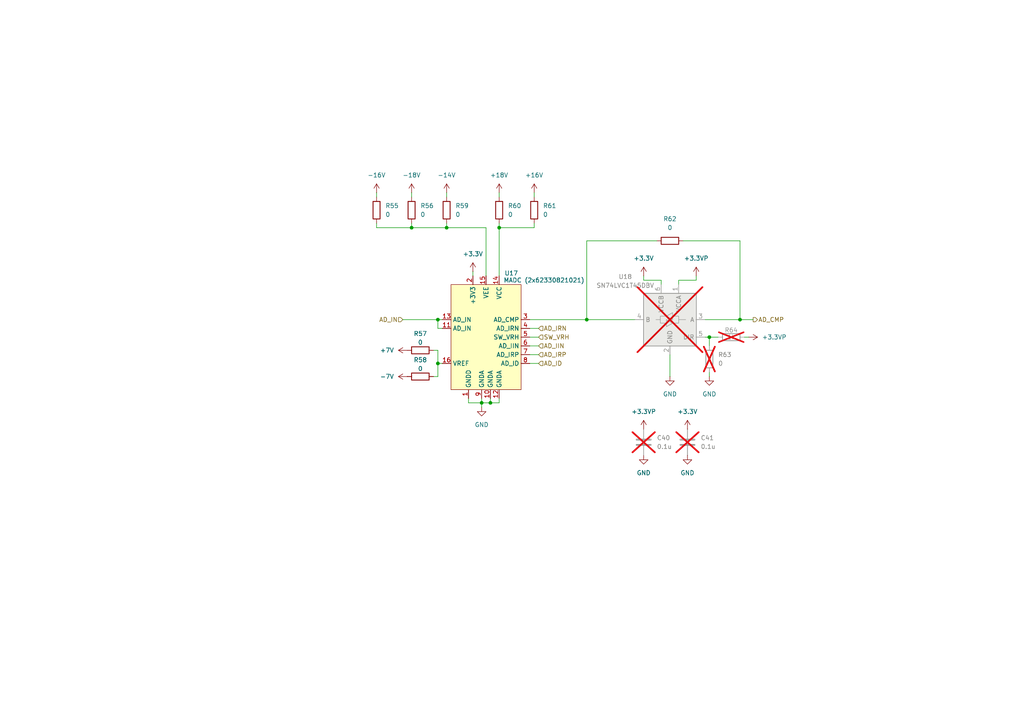
<source format=kicad_sch>
(kicad_sch (version 20250114) (generator "eeschema") (generator_version "9.0")
  (paper "A4")
  (title_block (title "ADC") (date "2020-03-07") (rev "1.00"))
  (lib_symbols
    (symbol "Device:C" (pin_numbers (hide yes)) (pin_names (offset 0.254))
      (property "Reference" "C" (at 0.635 2.54 0))
      (property "Value" "C" (at 0.635 -2.54 0))
      (symbol "C_0_1"
        (polyline (pts (xy -2.032 0.762) (xy 2.032 0.762)) (stroke (width 0.508)))
        (polyline (pts (xy -2.032 -0.762) (xy 2.032 -0.762)) (stroke (width 0.508)))
      )
      (symbol "C_1_1"
        (pin passive line (at 0 3.81 270) (length 2.794) (name "~") (number "1"))
        (pin passive line (at 0 -3.81 90) (length 2.794) (name "~") (number "2"))
      )
    )
    (symbol "Device:R" (pin_numbers (hide yes)) (pin_names (offset 0))
      (property "Reference" "R" (at 2.032 0 90))
      (property "Value" "R" (at 0 0 90))
      (symbol "R_0_1"
        (rectangle (start -1.016 -2.54) (end 1.016 2.54) (stroke (width 0.254)))
      )
      (symbol "R_1_1"
        (pin passive line (at 0 3.81 270) (length 1.27) (name "~") (number "1"))
        (pin passive line (at 0 -3.81 90) (length 1.27) (name "~") (number "2"))
      )
    )
    (symbol "Logic_LevelTranslator:SN74LVC1T45DBV"
      (property "Reference" "U" (at -6.35 8.89 0))
      (property "Value" "SN74LVC1T45DBV" (at 3.81 8.89 0))
      (symbol "SN74LVC1T45DBV_0_1"
        (rectangle (start -7.62 7.62) (end 7.62 -7.62) (stroke (width 0.254)) (fill (type background)))
        (polyline (pts (xy -2.54 0) (xy -2.54 1.016) (xy -0.762 1.016)))
        (polyline (pts (xy -0.762 0) (xy -0.762 2.032) (xy 1.016 1.016) (xy -0.762 0)))
        (polyline (pts (xy -0.762 -1.016) (xy -2.54 -1.016) (xy -2.54 0) (xy -4.572 0)))
        (polyline (pts (xy 1.016 1.016) (xy 2.794 1.016) (xy 2.794 0) (xy 4.064 0)))
        (polyline (pts (xy 1.016 0) (xy 1.016 -1.778) (xy 1.016 -2.032) (xy -0.762 -1.016) (xy 1.016 0)))
        (polyline (pts (xy 2.794 0) (xy 2.794 -1.016) (xy 1.016 -1.016)))
      )
      (symbol "SN74LVC1T45DBV_1_1"
        (pin bidirectional line (at -10.16 0 0) (length 2.54) (name "A") (number "3"))
        (pin input line (at -10.16 -5.08 0) (length 2.54) (name "DIR") (number "5"))
        (pin power_in line (at -2.54 10.16 270) (length 2.54) (name "VCCA") (number "1"))
        (pin power_in line (at 0 -10.16 90) (length 2.54) (name "GND") (number "2"))
        (pin power_in line (at 2.54 10.16 270) (length 2.54) (name "VCCB") (number "6"))
        (pin bidirectional line (at 10.16 0 180) (length 2.54) (name "B") (number "4"))
      )
    )
    (symbol "MADC_ARTY:+16V" (power) (pin_numbers (hide yes)) (pin_names (offset 0) (hide yes))
      (property "Value" "+16V" (at 0 3.556 0))
      (symbol "+16V_0_1"
        (polyline (pts (xy -0.762 1.27) (xy 0 2.54)))
        (polyline (pts (xy 0 2.54) (xy 0.762 1.27)))
        (polyline (pts (xy 0 0) (xy 0 2.54)))
      )
      (symbol "+16V_1_1"
        (pin power_in line (at 0 0 90) (length 0) (name "~") (number "1"))
      )
    )
    (symbol "MADC_ARTY:+18V" (power) (pin_numbers (hide yes)) (pin_names (offset 0) (hide yes))
      (property "Value" "+18V" (at 0 3.556 0))
      (symbol "+18V_0_1"
        (polyline (pts (xy -0.762 1.27) (xy 0 2.54)))
        (polyline (pts (xy 0 2.54) (xy 0.762 1.27)))
        (polyline (pts (xy 0 0) (xy 0 2.54)))
      )
      (symbol "+18V_1_1"
        (pin power_in line (at 0 0 90) (length 0) (name "~") (number "1"))
      )
    )
    (symbol "MADC_ARTY:+7V" (power) (pin_numbers (hide yes)) (pin_names (offset 0) (hide yes))
      (property "Value" "+7V" (at 0 3.556 0))
      (symbol "+7V_0_1"
        (polyline (pts (xy -0.762 1.27) (xy 0 2.54)))
        (polyline (pts (xy 0 2.54) (xy 0.762 1.27)))
        (polyline (pts (xy 0 0) (xy 0 2.54)))
      )
      (symbol "+7V_1_1"
        (pin power_in line (at 0 0 90) (length 0) (name "~") (number "1"))
      )
    )
    (symbol "MADC_ARTY:-14V" (power) (pin_numbers (hide yes)) (pin_names (offset 0) (hide yes))
      (property "Value" "-14V" (at 0 3.556 0))
      (symbol "-14V_0_1"
        (polyline (pts (xy -0.762 1.27) (xy 0 2.54)))
        (polyline (pts (xy 0 2.54) (xy 0.762 1.27)))
        (polyline (pts (xy 0 0) (xy 0 2.54)))
      )
      (symbol "-14V_1_1"
        (pin power_in line (at 0 0 90) (length 0) (name "~") (number "1"))
      )
    )
    (symbol "MADC_ARTY:-16V" (power) (pin_numbers (hide yes)) (pin_names (offset 0) (hide yes))
      (property "Value" "-16V" (at 0 3.556 0))
      (symbol "-16V_0_1"
        (polyline (pts (xy -0.762 1.27) (xy 0 2.54)))
        (polyline (pts (xy 0 2.54) (xy 0.762 1.27)))
        (polyline (pts (xy 0 0) (xy 0 2.54)))
      )
      (symbol "-16V_1_1"
        (pin power_in line (at 0 0 90) (length 0) (name "~") (number "1"))
      )
    )
    (symbol "MADC_ARTY:-18V" (power) (pin_numbers (hide yes)) (pin_names (offset 0) (hide yes))
      (property "Value" "-18V" (at 0 3.556 0))
      (symbol "-18V_0_1"
        (polyline (pts (xy -0.762 1.27) (xy 0 2.54)))
        (polyline (pts (xy 0 2.54) (xy 0.762 1.27)))
        (polyline (pts (xy 0 0) (xy 0 2.54)))
      )
      (symbol "-18V_1_1"
        (pin power_in line (at 0 0 90) (length 0) (name "~") (number "1"))
      )
    )
    (symbol "MADC_ARTY:-7V" (power) (pin_numbers (hide yes)) (pin_names (offset 0) (hide yes))
      (property "Value" "-7V" (at 0 3.556 0))
      (symbol "-7V_0_1"
        (polyline (pts (xy -0.762 1.27) (xy 0 2.54)))
        (polyline (pts (xy 0 2.54) (xy 0.762 1.27)))
        (polyline (pts (xy 0 0) (xy 0 2.54)))
      )
      (symbol "-7V_1_1"
        (pin power_in line (at 0 0 90) (length 0) (name "~") (number "1"))
      )
    )
    (symbol "MADC_ARTY:MADC"
      (property "Reference" "U" (at -9.906 16.51 0))
      (property "Value" "MADC" (at 8.128 16.51 0))
      (symbol "MADC_0_0"
        (pin input line (at -12.7 5.08 0) (length 2.54) (name "AD_IN") (number "13"))
        (pin input line (at -12.7 2.54 0) (length 2.54) (name "AD_IN") (number "11"))
        (pin passive line (at -12.7 -7.62 0) (length 2.54) (name "VREF") (number "16"))
        (pin passive line (at -5.08 -17.78 90) (length 2.54) (name "GNDD") (number "1"))
        (pin passive line (at -3.81 17.78 270) (length 2.54) (name "+3V3") (number "2"))
        (pin passive line (at -1.27 -17.78 90) (length 2.54) (name "GNDA") (number "9"))
        (pin passive line (at 0 17.78 270) (length 2.54) (name "VEE") (number "15"))
        (pin passive line (at 1.27 -17.78 90) (length 2.54) (name "GNDA") (number "10"))
        (pin passive line (at 3.81 17.78 270) (length 2.54) (name "VCC") (number "14"))
        (pin passive line (at 3.81 -17.78 90) (length 2.54) (name "GNDA") (number "12"))
        (pin output line (at 12.7 5.08 180) (length 2.54) (name "AD_CMP") (number "3"))
        (pin input line (at 12.7 2.54 180) (length 2.54) (name "AD_IRN") (number "4"))
        (pin input line (at 12.7 0 180) (length 2.54) (name "SW_VRH") (number "5"))
        (pin input line (at 12.7 -2.54 180) (length 2.54) (name "AD_IIN") (number "6"))
        (pin input line (at 12.7 -5.08 180) (length 2.54) (name "AD_IRP") (number "7"))
        (pin input line (at 12.7 -7.62 180) (length 2.54) (name "AD_ID") (number "8"))
      )
      (symbol "MADC_1_1"
        (rectangle (start -10.16 15.24) (end 10.16 -15.24) (fill (type color) (color 255 255 194 1)))
      )
    )
    (symbol "power:+3.3V" (power) (pin_numbers (hide yes)) (pin_names (offset 0) (hide yes))
      (property "Value" "+3.3V" (at 0 3.556 0))
      (symbol "+3.3V_0_1"
        (polyline (pts (xy -0.762 1.27) (xy 0 2.54)))
        (polyline (pts (xy 0 2.54) (xy 0.762 1.27)))
        (polyline (pts (xy 0 0) (xy 0 2.54)))
      )
      (symbol "+3.3V_1_1"
        (pin power_in line (at 0 0 90) (length 0) (name "~") (number "1"))
      )
    )
    (symbol "power:+3.3VP" (power) (pin_numbers (hide yes)) (pin_names (offset 0) (hide yes))
      (property "Value" "+3.3VP" (at 0 3.556 0))
      (symbol "+3.3VP_0_0"
        (pin power_in line (at 0 0 90) (length 0) (name "~") (number "1"))
      )
      (symbol "+3.3VP_0_1"
        (polyline (pts (xy -0.762 1.27) (xy 0 2.54)))
        (polyline (pts (xy 0 2.54) (xy 0.762 1.27)))
        (polyline (pts (xy 0 0) (xy 0 2.54)))
      )
    )
    (symbol "power:GND" (power) (pin_numbers (hide yes)) (pin_names (offset 0) (hide yes))
      (property "Value" "GND" (at 0 -3.81 0))
      (symbol "GND_0_1"
        (polyline (pts (xy 0 0) (xy 0 -1.27) (xy 1.27 -1.27) (xy 0 -2.54) (xy -1.27 -1.27) (xy 0 -1.27)))
      )
      (symbol "GND_1_1"
        (pin power_in line (at 0 0 270) (length 0) (name "~") (number "1"))
      )
    )
  )
  (junction (at 139.7 116.84))
  (junction (at 142.24 116.84))
  (junction (at 144.78 66.04))
  (junction (at 205.74 97.79))
  (junction (at 170.18 92.71))
  (junction (at 127 105.41))
  (junction (at 214.63 92.71))
  (junction (at 127 92.71))
  (junction (at 129.54 66.04))
  (junction (at 119.38 66.04))
  (wire (pts (xy 144.78 115.57) (xy 144.78 116.84)))
  (wire (pts (xy 119.38 64.77) (xy 119.38 66.04)))
  (wire (pts (xy 194.31 102.87) (xy 194.31 109.22)))
  (wire (pts (xy 127 95.25) (xy 127 92.71)))
  (wire (pts (xy 139.7 115.57) (xy 139.7 116.84)))
  (wire (pts (xy 137.16 78.74) (xy 137.16 80.01)))
  (wire (pts (xy 153.67 95.25) (xy 156.21 95.25)))
  (wire (pts (xy 116.84 92.71) (xy 127 92.71)))
  (wire (pts (xy 127 105.41) (xy 127 109.22)))
  (wire (pts (xy 142.24 116.84) (xy 144.78 116.84)))
  (wire (pts (xy 214.63 92.71) (xy 218.44 92.71)))
  (wire (pts (xy 153.67 100.33) (xy 156.21 100.33)))
  (wire (pts (xy 139.7 116.84) (xy 139.7 118.11)))
  (wire (pts (xy 153.67 97.79) (xy 156.21 97.79)))
  (wire (pts (xy 140.97 80.01) (xy 140.97 66.04)))
  (wire (pts (xy 198.12 69.85) (xy 214.63 69.85)))
  (wire (pts (xy 129.54 64.77) (xy 129.54 66.04)))
  (wire (pts (xy 142.24 115.57) (xy 142.24 116.84)))
  (wire (pts (xy 119.38 66.04) (xy 129.54 66.04)))
  (wire (pts (xy 140.97 66.04) (xy 129.54 66.04)))
  (wire (pts (xy 205.74 97.79) (xy 205.74 100.33)))
  (wire (pts (xy 125.73 109.22) (xy 127 109.22)))
  (wire (pts (xy 135.89 115.57) (xy 135.89 116.84)))
  (wire (pts (xy 127 105.41) (xy 128.27 105.41)))
  (wire (pts (xy 196.85 82.55) (xy 196.85 81.28)))
  (wire (pts (xy 119.38 55.88) (xy 119.38 57.15)))
  (wire (pts (xy 191.77 81.28) (xy 186.69 81.28)))
  (wire (pts (xy 109.22 64.77) (xy 109.22 66.04)))
  (wire (pts (xy 153.67 102.87) (xy 156.21 102.87)))
  (wire (pts (xy 196.85 81.28) (xy 201.93 81.28)))
  (wire (pts (xy 154.94 55.88) (xy 154.94 57.15)))
  (wire (pts (xy 109.22 66.04) (xy 119.38 66.04)))
  (wire (pts (xy 139.7 116.84) (xy 142.24 116.84)))
  (wire (pts (xy 201.93 80.01) (xy 201.93 81.28)))
  (wire (pts (xy 127 92.71) (xy 128.27 92.71)))
  (wire (pts (xy 170.18 92.71) (xy 184.15 92.71)))
  (wire (pts (xy 214.63 69.85) (xy 214.63 92.71)))
  (wire (pts (xy 154.94 64.77) (xy 154.94 66.04)))
  (wire (pts (xy 186.69 80.01) (xy 186.69 81.28)))
  (wire (pts (xy 144.78 66.04) (xy 144.78 80.01)))
  (wire (pts (xy 109.22 55.88) (xy 109.22 57.15)))
  (wire (pts (xy 204.47 97.79) (xy 205.74 97.79)))
  (wire (pts (xy 190.5 69.85) (xy 170.18 69.85)))
  (wire (pts (xy 144.78 66.04) (xy 154.94 66.04)))
  (wire (pts (xy 128.27 95.25) (xy 127 95.25)))
  (wire (pts (xy 125.73 101.6) (xy 127 101.6)))
  (wire (pts (xy 129.54 55.88) (xy 129.54 57.15)))
  (wire (pts (xy 153.67 105.41) (xy 156.21 105.41)))
  (wire (pts (xy 191.77 82.55) (xy 191.77 81.28)))
  (wire (pts (xy 144.78 55.88) (xy 144.78 57.15)))
  (wire (pts (xy 204.47 92.71) (xy 214.63 92.71)))
  (wire (pts (xy 170.18 69.85) (xy 170.18 92.71)))
  (wire (pts (xy 135.89 116.84) (xy 139.7 116.84)))
  (wire (pts (xy 205.74 97.79) (xy 208.28 97.79)))
  (wire (pts (xy 153.67 92.71) (xy 170.18 92.71)))
  (wire (pts (xy 205.74 107.95) (xy 205.74 109.22)))
  (wire (pts (xy 144.78 64.77) (xy 144.78 66.04)))
  (wire (pts (xy 127 101.6) (xy 127 105.41)))
  (wire (pts (xy 215.9 97.79) (xy 217.17 97.79)))
  (hierarchical_label "AD_IN" (shape input) (at 116.84 92.71 180))
  (hierarchical_label "AD_IIN" (shape input) (at 156.21 100.33 0))
  (hierarchical_label "AD_IRN" (shape input) (at 156.21 95.25 0))
  (hierarchical_label "SW_VRH" (shape input) (at 156.21 97.79 0))
  (hierarchical_label "AD_IRP" (shape input) (at 156.21 102.87 0))
  (hierarchical_label "AD_CMP" (shape output) (at 218.44 92.71 0))
  (hierarchical_label "AD_ID" (shape input) (at 156.21 105.41 0))
  (symbol (lib_id "power:+3.3V") (at 186.69 80.01 0) (unit 1)
    (property "Reference" "#PWR0105" (effects (hide yes)))
    (property "Value" "+3.3V" (at 186.69 74.93 0))
    (property "Description" "Power symbol creates a global label with name \"+3.3V\"" (effects (hide yes)))
  )
  (symbol (lib_id "power:+3.3V") (at 137.16 78.74 0) (unit 1)
    (property "Reference" "#PWR0101" (effects (hide yes)))
    (property "Value" "+3.3V" (at 137.16 73.66 0))
    (property "Description" "Power symbol creates a global label with name \"+3.3V\"" (effects (hide yes)))
  )
  (symbol (lib_id "Device:R") (at 194.31 69.85 270) (unit 1)
    (property "Reference" "R62" (at 194.31 63.5 90))
    (property "Value" "0" (at 194.31 66.04 90))
    (property "Footprint" "Resistor_SMD:R_0603_1608Metric" (effects (hide yes)))
    (property "Description" "Resistor" (effects (hide yes)))
  )
  (symbol (lib_id "Device:R") (at 121.92 109.22 90) (unit 1)
    (property "Reference" "R58" (at 121.92 104.394 90))
    (property "Value" "0" (at 121.92 106.934 90))
    (property "Footprint" "Resistor_SMD:R_0603_1608Metric" (effects (hide yes)))
    (property "Description" "Resistor" (effects (hide yes)))
  )
  (symbol (lib_id "power:GND") (at 205.74 109.22 0) (unit 1)
    (property "Reference" "#PWR0112" (effects (hide yes)))
    (property "Value" "GND" (at 205.74 114.3 0))
    (property "Description" "Power symbol creates a global label with name \"GND\" , ground" (effects (hide yes)))
  )
  (symbol (lib_id "power:GND") (at 186.69 132.08 0) (unit 1)
    (property "Reference" "#PWR0107" (effects (hide yes)))
    (property "Value" "GND" (at 186.69 137.16 0))
    (property "Description" "Power symbol creates a global label with name \"GND\" , ground" (effects (hide yes)))
  )
  (symbol (lib_id "Logic_LevelTranslator:SN74LVC1T45DBV") (at 194.31 92.71 0) (mirror y) (unit 1) (dnp yes)
    (property "Reference" "U18" (at 181.356 80.264 0))
    (property "Value" "SN74LVC1T45DBV" (at 181.356 82.804 0))
    (property "Footprint" "Package_TO_SOT_SMD:SOT-23-6" (effects (hide yes)))
    (property "Datasheet" "http://www.ti.com/lit/ds/symlink/sn74lvc1t45.pdf" (effects (hide yes)))
    (property "Description" "Single-Bit Dual-Supply Bus Transceiver With Configurable Voltage Translation and 3-State Outputs, SOT-23-6" (effects (hide yes)))
  )
  (symbol (lib_id "Device:R") (at 109.22 60.96 0) (unit 1)
    (property "Reference" "R55" (at 111.76 59.6899 0) (effects (justify left)))
    (property "Value" "0" (at 111.76 62.2299 0) (effects (justify left)))
    (property "Footprint" "Resistor_SMD:R_0603_1608Metric" (effects (hide yes)))
    (property "Description" "Resistor" (effects (hide yes)))
  )
  (symbol (lib_id "Device:C") (at 186.69 128.27 0) (unit 1) (dnp yes)
    (property "Reference" "C40" (at 190.5 126.9999 0) (effects (justify left)))
    (property "Value" "0.1u" (at 190.5 129.5399 0) (effects (justify left)))
    (property "Footprint" "Capacitor_SMD:C_0603_1608Metric" (effects (hide yes)))
    (property "Description" "Unpolarized capacitor" (effects (hide yes)))
  )
  (symbol (lib_id "power:+3.3VP") (at 217.17 97.79 270) (unit 1)
    (property "Reference" "#PWR0113" (effects (hide yes)))
    (property "Value" "+3.3VP" (at 220.98 97.7899 90) (effects (justify left)))
    (property "Description" "Power symbol creates a global label with name \"+3.3VP\"" (effects (hide yes)))
  )
  (symbol (lib_id "MADC_ARTY:-7V") (at 118.11 109.22 90) (unit 1)
    (property "Reference" "#PWR098" (effects (hide yes)))
    (property "Value" "-7V" (at 114.3 109.2199 90) (effects (justify left)))
    (property "Description" "Power symbol creates a global label" (effects (hide yes)))
  )
  (symbol (lib_id "power:+3.3VP") (at 201.93 80.01 0) (unit 1)
    (property "Reference" "#PWR0111" (effects (hide yes)))
    (property "Value" "+3.3VP" (at 201.93 74.93 0))
    (property "Description" "Power symbol creates a global label with name \"+3.3VP\"" (effects (hide yes)))
  )
  (symbol (lib_id "Device:R") (at 212.09 97.79 270) (unit 1) (dnp yes)
    (property "Reference" "R64" (at 212.09 95.758 90))
    (property "Value" "1k" (at 212.09 97.79 90))
    (property "Footprint" "Resistor_SMD:R_0603_1608Metric" (effects (hide yes)))
    (property "Description" "Resistor" (effects (hide yes)))
  )
  (symbol (lib_id "Device:R") (at 205.74 104.14 180) (unit 1) (dnp yes)
    (property "Reference" "R63" (at 208.28 102.8699 0) (effects (justify right)))
    (property "Value" "0" (at 208.28 105.4099 0) (effects (justify right)))
    (property "Footprint" "Resistor_SMD:R_0603_1608Metric" (effects (hide yes)))
    (property "Description" "Resistor" (effects (hide yes)))
  )
  (symbol (lib_id "power:+3.3V") (at 199.39 124.46 0) (unit 1)
    (property "Reference" "#PWR0109" (effects (hide yes)))
    (property "Value" "+3.3V" (at 199.39 119.38 0))
    (property "Description" "Power symbol creates a global label with name \"+3.3V\"" (effects (hide yes)))
  )
  (symbol (lib_id "power:GND") (at 194.31 109.22 0) (unit 1)
    (property "Reference" "#PWR0108" (effects (hide yes)))
    (property "Value" "GND" (at 194.31 114.3 0))
    (property "Description" "Power symbol creates a global label with name \"GND\" , ground" (effects (hide yes)))
  )
  (symbol (lib_id "MADC_ARTY:MADC") (at 140.97 97.79 0) (unit 1)
    (property "Reference" "U17" (at 146.304 79.248 0) (effects (justify left)))
    (property "Value" "MADC (2x62330821021)" (at 146.05 81.28 0) (effects (justify left)))
    (property "Footprint" "MADC:MADC" (effects (hide yes)))
    (property "Description" "Multislope ADC" (effects (hide yes)))
  )
  (symbol (lib_id "Device:R") (at 121.92 101.6 90) (unit 1)
    (property "Reference" "R57" (at 121.92 96.774 90))
    (property "Value" "0" (at 121.92 99.314 90))
    (property "Footprint" "Resistor_SMD:R_0603_1608Metric" (effects (hide yes)))
    (property "Description" "Resistor" (effects (hide yes)))
  )
  (symbol (lib_id "Device:R") (at 144.78 60.96 0) (unit 1)
    (property "Reference" "R60" (at 147.32 59.6899 0) (effects (justify left)))
    (property "Value" "0" (at 147.32 62.2299 0) (effects (justify left)))
    (property "Footprint" "Resistor_SMD:R_0603_1608Metric" (effects (hide yes)))
    (property "Description" "Resistor" (effects (hide yes)))
  )
  (symbol (lib_id "Device:R") (at 129.54 60.96 0) (unit 1)
    (property "Reference" "R59" (at 132.08 59.6899 0) (effects (justify left)))
    (property "Value" "0" (at 132.08 62.2299 0) (effects (justify left)))
    (property "Footprint" "Resistor_SMD:R_0603_1608Metric" (effects (hide yes)))
    (property "Description" "Resistor" (effects (hide yes)))
  )
  (symbol (lib_id "power:GND") (at 199.39 132.08 0) (unit 1)
    (property "Reference" "#PWR0110" (effects (hide yes)))
    (property "Value" "GND" (at 199.39 137.16 0))
    (property "Description" "Power symbol creates a global label with name \"GND\" , ground" (effects (hide yes)))
  )
  (symbol (lib_id "MADC_ARTY:-16V") (at 109.22 55.88 0) (unit 1)
    (property "Reference" "#PWR096" (effects (hide yes)))
    (property "Value" "-16V" (at 109.22 50.8 0))
    (property "Description" "Power symbol creates a global label" (effects (hide yes)))
  )
  (symbol (lib_id "MADC_ARTY:+16V") (at 154.94 55.88 0) (unit 1)
    (property "Reference" "#PWR0104" (effects (hide yes)))
    (property "Value" "+16V" (at 154.94 50.8 0))
    (property "Description" "Power symbol creates a global label" (effects (hide yes)))
  )
  (symbol (lib_id "power:GND") (at 139.7 118.11 0) (unit 1)
    (property "Reference" "#PWR0102" (effects (hide yes)))
    (property "Value" "GND" (at 139.7 123.19 0))
    (property "Description" "Power symbol creates a global label with name \"GND\" , ground" (effects (hide yes)))
  )
  (symbol (lib_id "Device:C") (at 199.39 128.27 0) (unit 1) (dnp yes)
    (property "Reference" "C41" (at 203.2 126.9999 0) (effects (justify left)))
    (property "Value" "0.1u" (at 203.2 129.5399 0) (effects (justify left)))
    (property "Footprint" "Capacitor_SMD:C_0603_1608Metric" (effects (hide yes)))
    (property "Description" "Unpolarized capacitor" (effects (hide yes)))
  )
  (symbol (lib_id "Device:R") (at 154.94 60.96 0) (unit 1)
    (property "Reference" "R61" (at 157.48 59.6899 0) (effects (justify left)))
    (property "Value" "0" (at 157.48 62.2299 0) (effects (justify left)))
    (property "Footprint" "Resistor_SMD:R_0603_1608Metric" (effects (hide yes)))
    (property "Description" "Resistor" (effects (hide yes)))
  )
  (symbol (lib_id "power:+3.3VP") (at 186.69 124.46 0) (unit 1)
    (property "Reference" "#PWR0106" (effects (hide yes)))
    (property "Value" "+3.3VP" (at 186.69 119.38 0))
    (property "Description" "Power symbol creates a global label with name \"+3.3VP\"" (effects (hide yes)))
  )
  (symbol (lib_id "MADC_ARTY:+18V") (at 144.78 55.88 0) (unit 1)
    (property "Reference" "#PWR0103" (effects (hide yes)))
    (property "Value" "+18V" (at 144.78 50.8 0))
    (property "Description" "Power symbol creates a global label" (effects (hide yes)))
  )
  (symbol (lib_id "MADC_ARTY:+7V") (at 118.11 101.6 90) (unit 1)
    (property "Reference" "#PWR097" (effects (hide yes)))
    (property "Value" "+7V" (at 114.3 101.5999 90) (effects (justify left)))
    (property "Description" "Power symbol creates a global label" (effects (hide yes)))
  )
  (symbol (lib_id "Device:R") (at 119.38 60.96 0) (unit 1)
    (property "Reference" "R56" (at 121.92 59.6899 0) (effects (justify left)))
    (property "Value" "0" (at 121.92 62.2299 0) (effects (justify left)))
    (property "Footprint" "Resistor_SMD:R_0603_1608Metric" (effects (hide yes)))
    (property "Description" "Resistor" (effects (hide yes)))
  )
  (symbol (lib_id "MADC_ARTY:-18V") (at 119.38 55.88 0) (unit 1)
    (property "Reference" "#PWR099" (effects (hide yes)))
    (property "Value" "-18V" (at 119.38 50.8 0))
    (property "Description" "Power symbol creates a global label" (effects (hide yes)))
  )
  (symbol (lib_id "MADC_ARTY:-14V") (at 129.54 55.88 0) (unit 1)
    (property "Reference" "#PWR0100" (effects (hide yes)))
    (property "Value" "-14V" (at 129.54 50.8 0))
    (property "Description" "Power symbol creates a global label" (effects (hide yes)))
  )
)
</source>
